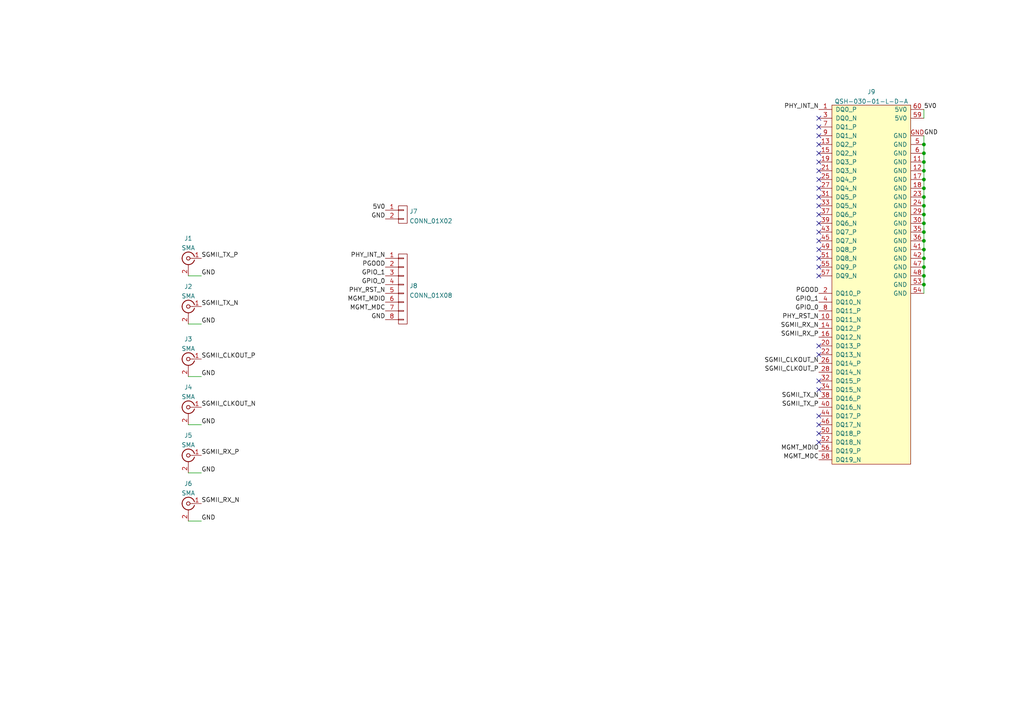
<source format=kicad_sch>
(kicad_sch (version 20211123) (generator eeschema)
  (paper "A4")
  (title_block (title "Single DP83867 host side SMA adapter") (date "2022-12-18") (rev "0.1") (company "Antikernel Labs") (comment 1 "Andrew D. Zonenberg"))
  (lib_symbols
    (symbol "conn:CONN_01X02" (pin_names (offset 1.016) hide)
      (property "Reference" "J" (at 0 3.81 0))
      (property "Value" "CONN_01X02" (at 2.54 0 90))
      (symbol "CONN_01X02_0_1"
        (rectangle (start -1.27 -1.143) (end 0.254 -1.397))
        (rectangle (start -1.27 1.397) (end 0.254 1.143))
        (rectangle (start -1.27 2.54) (end 1.27 -2.54))
      )
      (symbol "CONN_01X02_1_1"
        (pin passive line (at -5.08 1.27 0) (length 3.81) (name "P1") (number "1"))
        (pin passive line (at -5.08 -1.27 0) (length 3.81) (name "P2") (number "2"))
      )
    )
    (symbol "conn:CONN_01X08" (pin_names (offset 1.016) hide)
      (property "Reference" "J" (at 0 11.43 0))
      (property "Value" "CONN_01X08" (at 2.54 0 90))
      (symbol "CONN_01X08_0_1"
        (rectangle (start -1.27 -10.16) (end 1.27 10.16))
        (rectangle (start -1.27 -8.763) (end 0.254 -9.017))
        (rectangle (start -1.27 -6.223) (end 0.254 -6.477))
        (rectangle (start -1.27 -3.683) (end 0.254 -3.937))
        (rectangle (start -1.27 -1.143) (end 0.254 -1.397))
        (rectangle (start -1.27 1.397) (end 0.254 1.143))
        (rectangle (start -1.27 3.937) (end 0.254 3.683))
        (rectangle (start -1.27 6.477) (end 0.254 6.223))
        (rectangle (start -1.27 9.017) (end 0.254 8.763))
      )
      (symbol "CONN_01X08_1_1"
        (pin passive line (at -5.08 8.89 0) (length 3.81) (name "P1") (number "1"))
        (pin passive line (at -5.08 6.35 0) (length 3.81) (name "P2") (number "2"))
        (pin passive line (at -5.08 3.81 0) (length 3.81) (name "P3") (number "3"))
        (pin passive line (at -5.08 1.27 0) (length 3.81) (name "P4") (number "4"))
        (pin passive line (at -5.08 -1.27 0) (length 3.81) (name "P5") (number "5"))
        (pin passive line (at -5.08 -3.81 0) (length 3.81) (name "P6") (number "6"))
        (pin passive line (at -5.08 -6.35 0) (length 3.81) (name "P7") (number "7"))
        (pin passive line (at -5.08 -8.89 0) (length 3.81) (name "P8") (number "8"))
      )
    )
    (symbol "conn:CONN_COAXIAL" (pin_names (offset 1.016) hide)
      (property "Reference" "J" (at 0.254 3.048 0))
      (property "Value" "CONN_COAXIAL" (at 2.921 0 90))
      (symbol "CONN_COAXIAL_0_1"
        (arc (start -1.778 -0.508) (mid 0.222 -1.808) (end 1.778 0) (stroke (width 0.254)))
        (polyline (pts (xy -1.27 0) (xy -0.508 0)))
        (polyline (pts (xy 0 -2.54) (xy 0 -1.778)))
        (circle (center 0 0) (radius 0.508) (stroke (width 0.2032)))
        (arc (start 1.778 0) (mid 0.2221 1.8083) (end -1.778 0.508) (stroke (width 0.254)))
      )
      (symbol "CONN_COAXIAL_1_1"
        (pin passive line (at -3.81 0 0) (length 2.54) (name "In") (number "1"))
        (pin passive line (at 0 -5.08 90) (length 2.54) (name "Ext") (number "2"))
      )
    )
    (symbol "special-azonenberg:CONN_LVDS_EXPANSION_DEVICE" (pin_names (offset 1.016))
      (property "Reference" "J" (at 1.27 -1.27 0))
      (property "Value" "CONN_LVDS_EXPANSION_DEVICE" (at 11.43 -3.81 0))
      (symbol "CONN_LVDS_EXPANSION_DEVICE_0_1"
        (rectangle (start 0 104.14) (end 22.86 0) (fill (type background)))
      )
      (symbol "CONN_LVDS_EXPANSION_DEVICE_1_1"
        (pin bidirectional line (at -3.81 102.87 0) (length 3.81) (name "DQ0_P") (number "1"))
        (pin bidirectional line (at -3.81 41.91 0) (length 3.81) (name "DQ11_N") (number "10"))
        (pin power_in line (at 26.67 87.63 180) (length 3.81) (name "GND") (number "11"))
        (pin power_in line (at 26.67 85.09 180) (length 3.81) (name "GND") (number "12"))
        (pin bidirectional line (at -3.81 92.71 0) (length 3.81) (name "DQ2_P") (number "13"))
        (pin bidirectional line (at -3.81 39.37 0) (length 3.81) (name "DQ12_P") (number "14"))
        (pin bidirectional line (at -3.81 90.17 0) (length 3.81) (name "DQ2_N") (number "15"))
        (pin bidirectional line (at -3.81 36.83 0) (length 3.81) (name "DQ12_N") (number "16"))
        (pin power_in line (at 26.67 82.55 180) (length 3.81) (name "GND") (number "17"))
        (pin power_in line (at 26.67 80.01 180) (length 3.81) (name "GND") (number "18"))
        (pin bidirectional line (at -3.81 87.63 0) (length 3.81) (name "DQ3_P") (number "19"))
        (pin bidirectional line (at -3.81 49.53 0) (length 3.81) (name "DQ10_P") (number "2"))
        (pin bidirectional line (at -3.81 34.29 0) (length 3.81) (name "DQ13_P") (number "20"))
        (pin bidirectional line (at -3.81 85.09 0) (length 3.81) (name "DQ3_N") (number "21"))
        (pin bidirectional line (at -3.81 31.75 0) (length 3.81) (name "DQ13_N") (number "22"))
        (pin power_in line (at 26.67 77.47 180) (length 3.81) (name "GND") (number "23"))
        (pin power_in line (at 26.67 74.93 180) (length 3.81) (name "GND") (number "24"))
        (pin bidirectional line (at -3.81 82.55 0) (length 3.81) (name "DQ4_P") (number "25"))
        (pin bidirectional line (at -3.81 29.21 0) (length 3.81) (name "DQ14_P") (number "26"))
        (pin bidirectional line (at -3.81 80.01 0) (length 3.81) (name "DQ4_N") (number "27"))
        (pin bidirectional line (at -3.81 26.67 0) (length 3.81) (name "DQ14_N") (number "28"))
        (pin power_in line (at 26.67 72.39 180) (length 3.81) (name "GND") (number "29"))
        (pin bidirectional line (at -3.81 100.33 0) (length 3.81) (name "DQ0_N") (number "3"))
        (pin power_in line (at 26.67 69.85 180) (length 3.81) (name "GND") (number "30"))
        (pin bidirectional line (at -3.81 77.47 0) (length 3.81) (name "DQ5_P") (number "31"))
        (pin bidirectional line (at -3.81 24.13 0) (length 3.81) (name "DQ15_P") (number "32"))
        (pin bidirectional line (at -3.81 74.93 0) (length 3.81) (name "DQ5_N") (number "33"))
        (pin bidirectional line (at -3.81 21.59 0) (length 3.81) (name "DQ15_N") (number "34"))
        (pin power_in line (at 26.67 67.31 180) (length 3.81) (name "GND") (number "35"))
        (pin power_in line (at 26.67 64.77 180) (length 3.81) (name "GND") (number "36"))
        (pin bidirectional line (at -3.81 72.39 0) (length 3.81) (name "DQ6_P") (number "37"))
        (pin bidirectional line (at -3.81 19.05 0) (length 3.81) (name "DQ16_P") (number "38"))
        (pin bidirectional line (at -3.81 69.85 0) (length 3.81) (name "DQ6_N") (number "39"))
        (pin bidirectional line (at -3.81 46.99 0) (length 3.81) (name "DQ10_N") (number "4"))
        (pin bidirectional line (at -3.81 16.51 0) (length 3.81) (name "DQ16_N") (number "40"))
        (pin power_in line (at 26.67 62.23 180) (length 3.81) (name "GND") (number "41"))
        (pin power_in line (at 26.67 59.69 180) (length 3.81) (name "GND") (number "42"))
        (pin bidirectional line (at -3.81 67.31 0) (length 3.81) (name "DQ7_P") (number "43"))
        (pin bidirectional line (at -3.81 13.97 0) (length 3.81) (name "DQ17_P") (number "44"))
        (pin bidirectional line (at -3.81 64.77 0) (length 3.81) (name "DQ7_N") (number "45"))
        (pin bidirectional line (at -3.81 11.43 0) (length 3.81) (name "DQ17_N") (number "46"))
        (pin power_in line (at 26.67 57.15 180) (length 3.81) (name "GND") (number "47"))
        (pin power_in line (at 26.67 54.61 180) (length 3.81) (name "GND") (number "48"))
        (pin bidirectional line (at -3.81 62.23 0) (length 3.81) (name "DQ8_P") (number "49"))
        (pin power_in line (at 26.67 92.71 180) (length 3.81) (name "GND") (number "5"))
        (pin bidirectional line (at -3.81 8.89 0) (length 3.81) (name "DQ18_P") (number "50"))
        (pin bidirectional line (at -3.81 59.69 0) (length 3.81) (name "DQ8_N") (number "51"))
        (pin bidirectional line (at -3.81 6.35 0) (length 3.81) (name "DQ18_N") (number "52"))
        (pin power_in line (at 26.67 52.07 180) (length 3.81) (name "GND") (number "53"))
        (pin power_in line (at 26.67 49.53 180) (length 3.81) (name "GND") (number "54"))
        (pin bidirectional line (at -3.81 57.15 0) (length 3.81) (name "DQ9_P") (number "55"))
        (pin bidirectional line (at -3.81 3.81 0) (length 3.81) (name "DQ19_P") (number "56"))
        (pin bidirectional line (at -3.81 54.61 0) (length 3.81) (name "DQ9_N") (number "57"))
        (pin bidirectional line (at -3.81 1.27 0) (length 3.81) (name "DQ19_N") (number "58"))
        (pin power_in line (at 26.67 100.33 180) (length 3.81) (name "5V0") (number "59"))
        (pin power_in line (at 26.67 90.17 180) (length 3.81) (name "GND") (number "6"))
        (pin power_out line (at 26.67 102.87 180) (length 3.81) (name "5V0") (number "60"))
        (pin bidirectional line (at -3.81 97.79 0) (length 3.81) (name "DQ1_P") (number "7"))
        (pin bidirectional line (at -3.81 44.45 0) (length 3.81) (name "DQ11_P") (number "8"))
        (pin bidirectional line (at -3.81 95.25 0) (length 3.81) (name "DQ1_N") (number "9"))
        (pin power_out line (at 26.67 95.25 180) (length 3.81) (name "GND") (number "GND"))
      )
    )
  )
  (junction (at 267.97 62.23))
  (junction (at 267.97 59.69))
  (junction (at 267.97 82.55))
  (junction (at 267.97 74.93))
  (junction (at 267.97 49.53))
  (junction (at 267.97 57.15))
  (junction (at 267.97 67.31))
  (junction (at 267.97 44.45))
  (junction (at 267.97 46.99))
  (junction (at 267.97 80.01))
  (junction (at 267.97 54.61))
  (junction (at 267.97 72.39))
  (junction (at 267.97 69.85))
  (junction (at 267.97 77.47))
  (junction (at 267.97 52.07))
  (junction (at 267.97 41.91))
  (junction (at 267.97 64.77))
  (no_connect (at 237.49 100.33))
  (no_connect (at 237.49 123.19))
  (no_connect (at 237.49 125.73))
  (no_connect (at 237.49 128.27))
  (no_connect (at 237.49 102.87))
  (no_connect (at 237.49 110.49))
  (no_connect (at 237.49 113.03))
  (no_connect (at 237.49 120.65))
  (no_connect (at 237.49 80.01))
  (no_connect (at 237.49 52.07))
  (no_connect (at 237.49 54.61))
  (no_connect (at 237.49 57.15))
  (no_connect (at 237.49 59.69))
  (no_connect (at 237.49 62.23))
  (no_connect (at 237.49 64.77))
  (no_connect (at 237.49 67.31))
  (no_connect (at 237.49 69.85))
  (no_connect (at 237.49 72.39))
  (no_connect (at 237.49 74.93))
  (no_connect (at 237.49 77.47))
  (no_connect (at 237.49 39.37))
  (no_connect (at 237.49 41.91))
  (no_connect (at 237.49 44.45))
  (no_connect (at 237.49 46.99))
  (no_connect (at 237.49 49.53))
  (no_connect (at 237.49 34.29))
  (no_connect (at 237.49 36.83))
  (wire (pts (xy 267.97 77.47) (xy 267.97 80.01)))
  (wire (pts (xy 267.97 72.39) (xy 267.97 74.93)))
  (wire (pts (xy 267.97 82.55) (xy 267.97 85.09)))
  (wire (pts (xy 267.97 62.23) (xy 267.97 64.77)))
  (wire (pts (xy 267.97 31.75) (xy 267.97 34.29)))
  (wire (pts (xy 267.97 41.91) (xy 267.97 44.45)))
  (wire (pts (xy 267.97 64.77) (xy 267.97 67.31)))
  (wire (pts (xy 54.61 93.98) (xy 58.42 93.98)))
  (wire (pts (xy 267.97 59.69) (xy 267.97 62.23)))
  (wire (pts (xy 267.97 54.61) (xy 267.97 57.15)))
  (wire (pts (xy 267.97 67.31) (xy 267.97 69.85)))
  (wire (pts (xy 267.97 69.85) (xy 267.97 72.39)))
  (wire (pts (xy 54.61 123.19) (xy 58.42 123.19)))
  (wire (pts (xy 267.97 49.53) (xy 267.97 52.07)))
  (wire (pts (xy 54.61 80.01) (xy 58.42 80.01)))
  (wire (pts (xy 267.97 39.37) (xy 267.97 41.91)))
  (wire (pts (xy 54.61 137.16) (xy 58.42 137.16)))
  (wire (pts (xy 267.97 44.45) (xy 267.97 46.99)))
  (wire (pts (xy 267.97 52.07) (xy 267.97 54.61)))
  (wire (pts (xy 267.97 80.01) (xy 267.97 82.55)))
  (wire (pts (xy 54.61 151.13) (xy 58.42 151.13)))
  (wire (pts (xy 54.61 109.22) (xy 58.42 109.22)))
  (wire (pts (xy 267.97 57.15) (xy 267.97 59.69)))
  (wire (pts (xy 267.97 74.93) (xy 267.97 77.47)))
  (wire (pts (xy 267.97 46.99) (xy 267.97 49.53)))
  (label "MGMT_MDC" (at 237.49 133.35 180))
  (label "5V0" (at 267.97 31.75 0))
  (label "GND" (at 58.42 80.01 0))
  (label "GND" (at 58.42 109.22 0))
  (label "SGMII_TX_P" (at 237.49 118.11 180))
  (label "MGMT_MDIO" (at 111.76 87.63 180))
  (label "GND" (at 58.42 123.19 0))
  (label "SGMII_RX_N" (at 58.42 146.05 0))
  (label "GND" (at 58.42 151.13 0))
  (label "SGMII_TX_N" (at 58.42 88.9 0))
  (label "GND" (at 58.42 137.16 0))
  (label "PHY_INT_N" (at 237.49 31.75 180))
  (label "SGMII_CLKOUT_P" (at 58.42 104.14 0))
  (label "MGMT_MDIO" (at 237.49 130.81 180))
  (label "GPIO_1" (at 111.76 80.01 180))
  (label "GND" (at 111.76 63.5 180))
  (label "SGMII_TX_N" (at 237.49 115.57 180))
  (label "SGMII_RX_P" (at 58.42 132.08 0))
  (label "GND" (at 58.42 93.98 0))
  (label "PHY_RST_N" (at 111.76 85.09 180))
  (label "GPIO_0" (at 237.49 90.17 180))
  (label "PGOOD" (at 237.49 85.09 180))
  (label "MGMT_MDC" (at 111.76 90.17 180))
  (label "SGMII_CLKOUT_N" (at 237.49 105.41 180))
  (label "SGMII_TX_P" (at 58.42 74.93 0))
  (label "PHY_RST_N" (at 237.49 92.71 180))
  (label "PHY_INT_N" (at 111.76 74.93 180))
  (label "5V0" (at 111.76 60.96 180))
  (label "SGMII_RX_P" (at 237.49 97.79 180))
  (label "SGMII_CLKOUT_P" (at 237.49 107.95 180))
  (label "GND" (at 111.76 92.71 180))
  (label "SGMII_RX_N" (at 237.49 95.25 180))
  (label "SGMII_CLKOUT_N" (at 58.42 118.11 0))
  (label "GPIO_0" (at 111.76 82.55 180))
  (label "PGOOD" (at 111.76 77.47 180))
  (label "GPIO_1" (at 237.49 87.63 180))
  (label "GND" (at 267.97 39.37 0))
  (symbol (lib_id "conn:CONN_COAXIAL") (at 54.61 132.08 0) (mirror y) (unit 1)
    (property "Reference" "J5" (at 54.6099 126.2869 0))
    (property "Value" "SMA" (at 54.6099 129.062 0))
    (property "Footprint" "azonenberg_pcb:CONN_SMA_EDGE_SAMTEC_SMA_J_P_H_ST_EM1" (effects hide))
  )
  (symbol (lib_id "special-azonenberg:CONN_LVDS_EXPANSION_DEVICE") (at 241.3 134.62 0) (unit 1)
    (property "Reference" "J9" (at 252.73 26.6405 0))
    (property "Value" "QSH-030-01-L-D-A" (at 252.73 29.4156 0))
    (property "Footprint" "azonenberg_pcb:CONN_SAMTEC_QSH-030-01-L-D-A" (effects hide))
  )
  (symbol (lib_id "conn:CONN_01X08") (at 116.84 83.82 0) (unit 1)
    (property "Reference" "J8" (at 118.745 82.9115 0) (effects (justify left)))
    (property "Value" "CONN_01X08" (at 118.745 85.6866 0) (effects (justify left)))
    (property "Footprint" "azonenberg_pcb:CONN_HEADER_2.54MM_1x8" (effects hide))
  )
  (symbol (lib_id "conn:CONN_COAXIAL") (at 54.61 118.11 0) (mirror y) (unit 1)
    (property "Reference" "J4" (at 54.6099 112.3169 0))
    (property "Value" "SMA" (at 54.6099 115.092 0))
    (property "Footprint" "azonenberg_pcb:CONN_SMA_EDGE_SAMTEC_SMA_J_P_H_ST_EM1" (effects hide))
  )
  (symbol (lib_id "conn:CONN_COAXIAL") (at 54.61 74.93 0) (mirror y) (unit 1)
    (property "Reference" "J1" (at 54.6099 69.1369 0))
    (property "Value" "SMA" (at 54.6099 71.912 0))
    (property "Footprint" "azonenberg_pcb:CONN_SMA_EDGE_SAMTEC_SMA_J_P_H_ST_EM1" (effects hide))
  )
  (symbol (lib_id "conn:CONN_COAXIAL") (at 54.61 104.14 0) (mirror y) (unit 1)
    (property "Reference" "J3" (at 54.6099 98.3469 0))
    (property "Value" "SMA" (at 54.6099 101.122 0))
    (property "Footprint" "azonenberg_pcb:CONN_SMA_EDGE_SAMTEC_SMA_J_P_H_ST_EM1" (effects hide))
  )
  (symbol (lib_id "conn:CONN_01X02") (at 116.84 62.23 0) (unit 1)
    (property "Reference" "J7" (at 118.745 61.3215 0) (effects (justify left)))
    (property "Value" "CONN_01X02" (at 118.745 64.0966 0) (effects (justify left)))
    (property "Footprint" "azonenberg_pcb:CONN_HEADER_2.54MM_1x2" (effects hide))
  )
  (symbol (lib_id "conn:CONN_COAXIAL") (at 54.61 88.9 0) (mirror y) (unit 1)
    (property "Reference" "J2" (at 54.6099 83.1069 0))
    (property "Value" "SMA" (at 54.6099 85.882 0))
    (property "Footprint" "azonenberg_pcb:CONN_SMA_EDGE_SAMTEC_SMA_J_P_H_ST_EM1" (effects hide))
  )
  (symbol (lib_id "conn:CONN_COAXIAL") (at 54.61 146.05 0) (mirror y) (unit 1)
    (property "Reference" "J6" (at 54.6099 140.2569 0))
    (property "Value" "SMA" (at 54.6099 143.032 0))
    (property "Footprint" "azonenberg_pcb:CONN_SMA_EDGE_SAMTEC_SMA_J_P_H_ST_EM1" (effects hide))
  )
)
</source>
